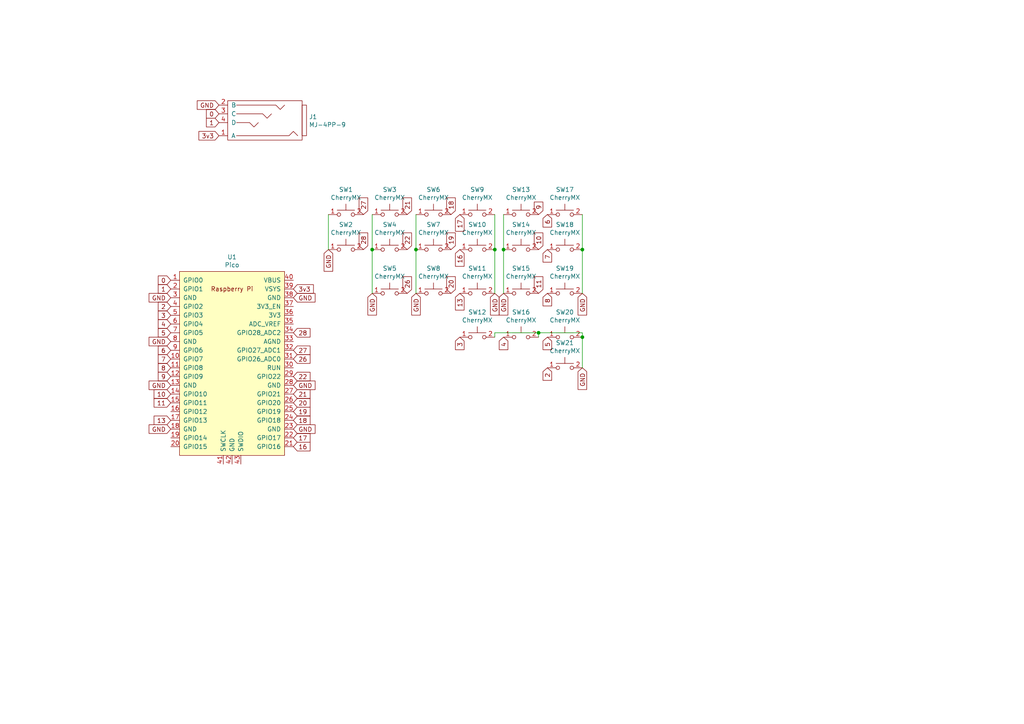
<source format=kicad_sch>
(kicad_sch (version 20230121) (generator eeschema)
  (paper "A4")
  (lib_symbols
    (symbol "Keeb-rescue:CherryMX-CherryMX" (pin_names (offset 0.254))
      (property "Reference" "SW" (at 2.54 3.175 0))
      (property "Value" "CherryMX_CherryMX" (at 0 -1.905 0))
      (symbol "CherryMX-CherryMX_1_1"
        (circle (center -2.032 0) (radius 0.508))
        (polyline (pts (xy 0 1.27) (xy 0 3.048)))
        (polyline (pts (xy 2.54 1.27) (xy -2.54 1.27)))
        (circle (center 2.032 0) (radius 0.508))
        (pin passive line (at -5.08 0 0) (length 2.54) (name "~") (number "1"))
        (pin passive line (at 5.08 0 180) (length 2.54) (name "~") (number "2"))
      )
    )
    (symbol "Keeb-rescue:MJ-4PP-9-MJ-4PP-9" (pin_names (offset 1.016))
      (property "Reference" "J" (at 0 7.62 0))
      (property "Value" "MJ-4PP-9_MJ-4PP-9" (at 0 -8.89 0))
      (symbol "MJ-4PP-9-MJ-4PP-9_0_1"
        (rectangle (start -10.16 3.81) (end -11.43 -5.08))
        (polyline (pts (xy 8.89 -5.08) (xy -2.54 -5.08) (xy -3.81 -3.81) (xy -5.08 -5.08)))
        (polyline (pts (xy 8.89 -2.54) (xy 1.27 -2.54) (xy 0 -1.27) (xy -1.27 -2.54)))
        (polyline (pts (xy 8.89 0) (xy 5.08 0) (xy 3.81 1.27) (xy 2.54 0)))
        (polyline (pts (xy 8.89 3.81) (xy -6.35 3.81) (xy -7.62 2.54) (xy -8.89 3.81)))
        (rectangle (start 11.43 5.08) (end -10.16 -6.35))
      )
      (symbol "MJ-4PP-9-MJ-4PP-9_1_1"
        (pin input line (at 13.97 3.81 180) (length 2.54) (name "A") (number "1"))
        (pin input line (at 13.97 -5.08 180) (length 2.54) (name "B") (number "2"))
        (pin input line (at 13.97 -2.54 180) (length 2.54) (name "C") (number "3"))
        (pin input line (at 13.97 0 180) (length 2.54) (name "D") (number "4"))
      )
    )
    (symbol "Keeb-rescue:Pico-MCU_RaspberryPi_and_Boards" (pin_names (offset 1.016))
      (property "Reference" "U" (at -13.97 27.94 0))
      (property "Value" "MCU_RaspberryPi_and_Boards_Pico" (at 0 19.05 0))
      (symbol "Pico-MCU_RaspberryPi_and_Boards_0_0"
        (text "Raspberry Pi" (at 0 21.59 0) (effects (font (size 1.27 1.27))))
      )
      (symbol "Pico-MCU_RaspberryPi_and_Boards_0_1"
        (rectangle (start -15.24 26.67) (end 15.24 -26.67) (fill (type background)))
      )
      (symbol "Pico-MCU_RaspberryPi_and_Boards_1_1"
        (pin bidirectional line (at -17.78 24.13 0) (length 2.54) (name "GPIO0") (number "1"))
        (pin bidirectional line (at -17.78 1.27 0) (length 2.54) (name "GPIO7") (number "10"))
        (pin bidirectional line (at -17.78 -1.27 0) (length 2.54) (name "GPIO8") (number "11"))
        (pin bidirectional line (at -17.78 -3.81 0) (length 2.54) (name "GPIO9") (number "12"))
        (pin power_in line (at -17.78 -6.35 0) (length 2.54) (name "GND") (number "13"))
        (pin bidirectional line (at -17.78 -8.89 0) (length 2.54) (name "GPIO10") (number "14"))
        (pin bidirectional line (at -17.78 -11.43 0) (length 2.54) (name "GPIO11") (number "15"))
        (pin bidirectional line (at -17.78 -13.97 0) (length 2.54) (name "GPIO12") (number "16"))
        (pin bidirectional line (at -17.78 -16.51 0) (length 2.54) (name "GPIO13") (number "17"))
        (pin power_in line (at -17.78 -19.05 0) (length 2.54) (name "GND") (number "18"))
        (pin bidirectional line (at -17.78 -21.59 0) (length 2.54) (name "GPIO14") (number "19"))
        (pin bidirectional line (at -17.78 21.59 0) (length 2.54) (name "GPIO1") (number "2"))
        (pin bidirectional line (at -17.78 -24.13 0) (length 2.54) (name "GPIO15") (number "20"))
        (pin bidirectional line (at 17.78 -24.13 180) (length 2.54) (name "GPIO16") (number "21"))
        (pin bidirectional line (at 17.78 -21.59 180) (length 2.54) (name "GPIO17") (number "22"))
        (pin power_in line (at 17.78 -19.05 180) (length 2.54) (name "GND") (number "23"))
        (pin bidirectional line (at 17.78 -16.51 180) (length 2.54) (name "GPIO18") (number "24"))
        (pin bidirectional line (at 17.78 -13.97 180) (length 2.54) (name "GPIO19") (number "25"))
        (pin bidirectional line (at 17.78 -11.43 180) (length 2.54) (name "GPIO20") (number "26"))
        (pin bidirectional line (at 17.78 -8.89 180) (length 2.54) (name "GPIO21") (number "27"))
        (pin power_in line (at 17.78 -6.35 180) (length 2.54) (name "GND") (number "28"))
        (pin bidirectional line (at 17.78 -3.81 180) (length 2.54) (name "GPIO22") (number "29"))
        (pin power_in line (at -17.78 19.05 0) (length 2.54) (name "GND") (number "3"))
        (pin input line (at 17.78 -1.27 180) (length 2.54) (name "RUN") (number "30"))
        (pin bidirectional line (at 17.78 1.27 180) (length 2.54) (name "GPIO26_ADC0") (number "31"))
        (pin bidirectional line (at 17.78 3.81 180) (length 2.54) (name "GPIO27_ADC1") (number "32"))
        (pin power_in line (at 17.78 6.35 180) (length 2.54) (name "AGND") (number "33"))
        (pin bidirectional line (at 17.78 8.89 180) (length 2.54) (name "GPIO28_ADC2") (number "34"))
        (pin unspecified line (at 17.78 11.43 180) (length 2.54) (name "ADC_VREF") (number "35"))
        (pin unspecified line (at 17.78 13.97 180) (length 2.54) (name "3V3") (number "36"))
        (pin input line (at 17.78 16.51 180) (length 2.54) (name "3V3_EN") (number "37"))
        (pin bidirectional line (at 17.78 19.05 180) (length 2.54) (name "GND") (number "38"))
        (pin unspecified line (at 17.78 21.59 180) (length 2.54) (name "VSYS") (number "39"))
        (pin bidirectional line (at -17.78 16.51 0) (length 2.54) (name "GPIO2") (number "4"))
        (pin unspecified line (at 17.78 24.13 180) (length 2.54) (name "VBUS") (number "40"))
        (pin input line (at -2.54 -29.21 90) (length 2.54) (name "SWCLK") (number "41"))
        (pin power_in line (at 0 -29.21 90) (length 2.54) (name "GND") (number "42"))
        (pin bidirectional line (at 2.54 -29.21 90) (length 2.54) (name "SWDIO") (number "43"))
        (pin bidirectional line (at -17.78 13.97 0) (length 2.54) (name "GPIO3") (number "5"))
        (pin bidirectional line (at -17.78 11.43 0) (length 2.54) (name "GPIO4") (number "6"))
        (pin bidirectional line (at -17.78 8.89 0) (length 2.54) (name "GPIO5") (number "7"))
        (pin power_in line (at -17.78 6.35 0) (length 2.54) (name "GND") (number "8"))
        (pin bidirectional line (at -17.78 3.81 0) (length 2.54) (name "GPIO6") (number "9"))
      )
    )
  )
  (junction (at 146.05 72.39))
  (junction (at 156.21 96.52))
  (junction (at 143.51 72.39))
  (junction (at 168.91 72.39))
  (junction (at 168.91 97.79))
  (junction (at 107.95 72.39))
  (junction (at 120.65 72.39))
  (wire (pts (xy 146.05 62.23) (xy 146.05 72.39)))
  (wire (pts (xy 156.21 96.52) (xy 168.91 96.52)))
  (wire (pts (xy 95.25 62.23) (xy 95.25 72.39)))
  (wire (pts (xy 143.51 62.23) (xy 143.51 72.39)))
  (wire (pts (xy 168.91 62.23) (xy 168.91 72.39)))
  (wire (pts (xy 156.21 97.79) (xy 156.21 96.52)))
  (wire (pts (xy 120.65 72.39) (xy 120.65 85.09)))
  (wire (pts (xy 156.21 96.52) (xy 143.51 96.52)))
  (wire (pts (xy 107.95 62.23) (xy 107.95 72.39)))
  (wire (pts (xy 107.95 72.39) (xy 107.95 85.09)))
  (wire (pts (xy 120.65 62.23) (xy 120.65 72.39)))
  (wire (pts (xy 146.05 72.39) (xy 146.05 85.09)))
  (wire (pts (xy 168.91 96.52) (xy 168.91 97.79)))
  (wire (pts (xy 143.51 96.52) (xy 143.51 97.79)))
  (wire (pts (xy 143.51 72.39) (xy 143.51 85.09)))
  (wire (pts (xy 168.91 97.79) (xy 168.91 106.68)))
  (wire (pts (xy 168.91 72.39) (xy 168.91 85.09)))
  (global_label "GND" (shape input) (at 143.51 85.09 270) (property "Intersheetrefs" "${INTERSHEET_REFS}" (effects hide)))
  (global_label "5" (shape input) (at 49.53 96.52 180) (property "Intersheetrefs" "${INTERSHEET_REFS}" (effects hide)))
  (global_label "26" (shape input) (at 118.11 85.09 90) (property "Intersheetrefs" "${INTERSHEET_REFS}" (effects hide)))
  (global_label "20" (shape input) (at 130.81 85.09 90) (property "Intersheetrefs" "${INTERSHEET_REFS}" (effects hide)))
  (global_label "GND" (shape input) (at 120.65 85.09 270) (property "Intersheetrefs" "${INTERSHEET_REFS}" (effects hide)))
  (global_label "GND" (shape input) (at 49.53 124.46 180) (property "Intersheetrefs" "${INTERSHEET_REFS}" (effects hide)))
  (global_label "11" (shape input) (at 49.53 116.84 180) (property "Intersheetrefs" "${INTERSHEET_REFS}" (effects hide)))
  (global_label "3" (shape input) (at 49.53 91.44 180) (property "Intersheetrefs" "${INTERSHEET_REFS}" (effects hide)))
  (global_label "GND" (shape input) (at 146.05 85.09 270) (property "Intersheetrefs" "${INTERSHEET_REFS}" (effects hide)))
  (global_label "10" (shape input) (at 156.21 72.39 90) (property "Intersheetrefs" "${INTERSHEET_REFS}" (effects hide)))
  (global_label "22" (shape input) (at 85.09 109.22 0) (property "Intersheetrefs" "${INTERSHEET_REFS}" (effects hide)))
  (global_label "GND" (shape input) (at 63.5 30.48 180) (property "Intersheetrefs" "${INTERSHEET_REFS}" (effects hide)))
  (global_label "3v3" (shape input) (at 63.5 39.37 180) (property "Intersheetrefs" "${INTERSHEET_REFS}" (effects hide)))
  (global_label "13" (shape input) (at 49.53 121.92 180) (property "Intersheetrefs" "${INTERSHEET_REFS}" (effects hide)))
  (global_label "GND" (shape input) (at 168.91 85.09 270) (property "Intersheetrefs" "${INTERSHEET_REFS}" (effects hide)))
  (global_label "9" (shape input) (at 156.21 62.23 90) (property "Intersheetrefs" "${INTERSHEET_REFS}" (effects hide)))
  (global_label "17" (shape input) (at 133.35 62.23 270) (property "Intersheetrefs" "${INTERSHEET_REFS}" (effects hide)))
  (global_label "16" (shape input) (at 133.35 72.39 270) (property "Intersheetrefs" "${INTERSHEET_REFS}" (effects hide)))
  (global_label "27" (shape input) (at 85.09 101.6 0) (property "Intersheetrefs" "${INTERSHEET_REFS}" (effects hide)))
  (global_label "18" (shape input) (at 130.81 62.23 90) (property "Intersheetrefs" "${INTERSHEET_REFS}" (effects hide)))
  (global_label "11" (shape input) (at 156.21 85.09 90) (property "Intersheetrefs" "${INTERSHEET_REFS}" (effects hide)))
  (global_label "27" (shape input) (at 105.41 62.23 90) (property "Intersheetrefs" "${INTERSHEET_REFS}" (effects hide)))
  (global_label "28" (shape input) (at 85.09 96.52 0) (property "Intersheetrefs" "${INTERSHEET_REFS}" (effects hide)))
  (global_label "4" (shape input) (at 146.05 97.79 270) (property "Intersheetrefs" "${INTERSHEET_REFS}" (effects hide)))
  (global_label "GND" (shape input) (at 168.91 106.68 270) (property "Intersheetrefs" "${INTERSHEET_REFS}" (effects hide)))
  (global_label "GND" (shape input) (at 49.53 111.76 180) (property "Intersheetrefs" "${INTERSHEET_REFS}" (effects hide)))
  (global_label "28" (shape input) (at 105.41 72.39 90) (property "Intersheetrefs" "${INTERSHEET_REFS}" (effects hide)))
  (global_label "17" (shape input) (at 85.09 127 0) (property "Intersheetrefs" "${INTERSHEET_REFS}" (effects hide)))
  (global_label "3v3" (shape input) (at 85.09 83.82 0) (property "Intersheetrefs" "${INTERSHEET_REFS}" (effects hide)))
  (global_label "18" (shape input) (at 85.09 121.92 0) (property "Intersheetrefs" "${INTERSHEET_REFS}" (effects hide)))
  (global_label "4" (shape input) (at 49.53 93.98 180) (property "Intersheetrefs" "${INTERSHEET_REFS}" (effects hide)))
  (global_label "GND" (shape input) (at 49.53 86.36 180) (property "Intersheetrefs" "${INTERSHEET_REFS}" (effects hide)))
  (global_label "20" (shape input) (at 85.09 116.84 0) (property "Intersheetrefs" "${INTERSHEET_REFS}" (effects hide)))
  (global_label "GND" (shape input) (at 107.95 85.09 270) (property "Intersheetrefs" "${INTERSHEET_REFS}" (effects hide)))
  (global_label "GND" (shape input) (at 85.09 111.76 0) (property "Intersheetrefs" "${INTERSHEET_REFS}" (effects hide)))
  (global_label "21" (shape input) (at 118.11 62.23 90) (property "Intersheetrefs" "${INTERSHEET_REFS}" (effects hide)))
  (global_label "9" (shape input) (at 49.53 109.22 180) (property "Intersheetrefs" "${INTERSHEET_REFS}" (effects hide)))
  (global_label "GND" (shape input) (at 49.53 99.06 180) (property "Intersheetrefs" "${INTERSHEET_REFS}" (effects hide)))
  (global_label "2" (shape input) (at 49.53 88.9 180) (property "Intersheetrefs" "${INTERSHEET_REFS}" (effects hide)))
  (global_label "19" (shape input) (at 130.81 72.39 90) (property "Intersheetrefs" "${INTERSHEET_REFS}" (effects hide)))
  (global_label "8" (shape input) (at 158.75 85.09 270) (property "Intersheetrefs" "${INTERSHEET_REFS}" (effects hide)))
  (global_label "0" (shape input) (at 49.53 81.28 180) (property "Intersheetrefs" "${INTERSHEET_REFS}" (effects hide)))
  (global_label "7" (shape input) (at 158.75 72.39 270) (property "Intersheetrefs" "${INTERSHEET_REFS}" (effects hide)))
  (global_label "0" (shape input) (at 63.5 33.02 180) (property "Intersheetrefs" "${INTERSHEET_REFS}" (effects hide)))
  (global_label "6" (shape input) (at 158.75 62.23 270) (property "Intersheetrefs" "${INTERSHEET_REFS}" (effects hide)))
  (global_label "7" (shape input) (at 49.53 104.14 180) (property "Intersheetrefs" "${INTERSHEET_REFS}" (effects hide)))
  (global_label "GND" (shape input) (at 95.25 72.39 270) (property "Intersheetrefs" "${INTERSHEET_REFS}" (effects hide)))
  (global_label "19" (shape input) (at 85.09 119.38 0) (property "Intersheetrefs" "${INTERSHEET_REFS}" (effects hide)))
  (global_label "22" (shape input) (at 118.11 72.39 90) (property "Intersheetrefs" "${INTERSHEET_REFS}" (effects hide)))
  (global_label "21" (shape input) (at 85.09 114.3 0) (property "Intersheetrefs" "${INTERSHEET_REFS}" (effects hide)))
  (global_label "1" (shape input) (at 63.5 35.56 180) (property "Intersheetrefs" "${INTERSHEET_REFS}" (effects hide)))
  (global_label "13" (shape input) (at 133.35 85.09 270) (property "Intersheetrefs" "${INTERSHEET_REFS}" (effects hide)))
  (global_label "16" (shape input) (at 85.09 129.54 0) (property "Intersheetrefs" "${INTERSHEET_REFS}" (effects hide)))
  (global_label "26" (shape input) (at 85.09 104.14 0) (property "Intersheetrefs" "${INTERSHEET_REFS}" (effects hide)))
  (global_label "GND" (shape input) (at 85.09 86.36 0) (property "Intersheetrefs" "${INTERSHEET_REFS}" (effects hide)))
  (global_label "2" (shape input) (at 158.75 106.68 270) (property "Intersheetrefs" "${INTERSHEET_REFS}" (effects hide)))
  (global_label "6" (shape input) (at 49.53 101.6 180) (property "Intersheetrefs" "${INTERSHEET_REFS}" (effects hide)))
  (global_label "8" (shape input) (at 49.53 106.68 180) (property "Intersheetrefs" "${INTERSHEET_REFS}" (effects hide)))
  (global_label "10" (shape input) (at 49.53 114.3 180) (property "Intersheetrefs" "${INTERSHEET_REFS}" (effects hide)))
  (global_label "1" (shape input) (at 49.53 83.82 180) (property "Intersheetrefs" "${INTERSHEET_REFS}" (effects hide)))
  (global_label "GND" (shape input) (at 85.09 124.46 0) (property "Intersheetrefs" "${INTERSHEET_REFS}" (effects hide)))
  (global_label "3" (shape input) (at 133.35 97.79 270) (property "Intersheetrefs" "${INTERSHEET_REFS}" (effects hide)))
  (global_label "5" (shape input) (at 158.75 97.79 270) (property "Intersheetrefs" "${INTERSHEET_REFS}" (effects hide)))
  (symbol (lib_id "Keeb-rescue:CherryMX-CherryMX") (at 100.33 62.23 0) (unit 1)
    (property "Reference" "SW1" (at 100.33 54.991 0))
    (property "Value" "CherryMX" (at 100.33 57.3024 0))
    (property "Footprint" "ScottoKeebs_MX:MX_PCB_1.00u" (effects hide))
  )
  (symbol (lib_id "Keeb-rescue:Pico-MCU_RaspberryPi_and_Boards") (at 67.31 105.41 0) (unit 1)
    (property "Reference" "U1" (at 67.31 74.549 0))
    (property "Value" "Pico" (at 67.31 76.8604 0))
    (property "Footprint" "MCU_RaspberryPi_and_Boards:RPi_Pico_SMD_TH" (effects hide))
  )
  (symbol (lib_id "Keeb-rescue:CherryMX-CherryMX") (at 113.03 62.23 0) (unit 1)
    (property "Reference" "SW3" (at 113.03 54.991 0))
    (property "Value" "CherryMX" (at 113.03 57.3024 0))
    (property "Footprint" "ScottoKeebs_MX:MX_PCB_1.00u" (effects hide))
  )
  (symbol (lib_id "Keeb-rescue:CherryMX-CherryMX") (at 125.73 62.23 0) (unit 1)
    (property "Reference" "SW6" (at 125.73 54.991 0))
    (property "Value" "CherryMX" (at 125.73 57.3024 0))
    (property "Footprint" "ScottoKeebs_MX:MX_PCB_1.00u" (effects hide))
  )
  (symbol (lib_id "Keeb-rescue:CherryMX-CherryMX") (at 138.43 62.23 0) (unit 1)
    (property "Reference" "SW9" (at 138.43 54.991 0))
    (property "Value" "CherryMX" (at 138.43 57.3024 0))
    (property "Footprint" "ScottoKeebs_MX:MX_PCB_1.00u" (effects hide))
  )
  (symbol (lib_id "Keeb-rescue:CherryMX-CherryMX") (at 151.13 62.23 0) (unit 1)
    (property "Reference" "SW13" (at 151.13 54.991 0))
    (property "Value" "CherryMX" (at 151.13 57.3024 0))
    (property "Footprint" "ScottoKeebs_MX:MX_PCB_1.00u" (effects hide))
  )
  (symbol (lib_id "Keeb-rescue:CherryMX-CherryMX") (at 163.83 62.23 0) (unit 1)
    (property "Reference" "SW17" (at 163.83 54.991 0))
    (property "Value" "CherryMX" (at 163.83 57.3024 0))
    (property "Footprint" "ScottoKeebs_MX:MX_PCB_1.00u" (effects hide))
  )
  (symbol (lib_id "Keeb-rescue:CherryMX-CherryMX") (at 100.33 72.39 0) (unit 1)
    (property "Reference" "SW2" (at 100.33 65.151 0))
    (property "Value" "CherryMX" (at 100.33 67.4624 0))
    (property "Footprint" "ScottoKeebs_MX:MX_PCB_1.00u" (effects hide))
  )
  (symbol (lib_id "Keeb-rescue:CherryMX-CherryMX") (at 113.03 72.39 0) (unit 1)
    (property "Reference" "SW4" (at 113.03 65.151 0))
    (property "Value" "CherryMX" (at 113.03 67.4624 0))
    (property "Footprint" "ScottoKeebs_MX:MX_PCB_1.00u" (effects hide))
  )
  (symbol (lib_id "Keeb-rescue:CherryMX-CherryMX") (at 125.73 72.39 0) (unit 1)
    (property "Reference" "SW7" (at 125.73 65.151 0))
    (property "Value" "CherryMX" (at 125.73 67.4624 0))
    (property "Footprint" "ScottoKeebs_MX:MX_PCB_1.00u" (effects hide))
  )
  (symbol (lib_id "Keeb-rescue:CherryMX-CherryMX") (at 138.43 72.39 0) (unit 1)
    (property "Reference" "SW10" (at 138.43 65.151 0))
    (property "Value" "CherryMX" (at 138.43 67.4624 0))
    (property "Footprint" "ScottoKeebs_MX:MX_PCB_1.00u" (effects hide))
  )
  (symbol (lib_id "Keeb-rescue:CherryMX-CherryMX") (at 151.13 72.39 0) (unit 1)
    (property "Reference" "SW14" (at 151.13 65.151 0))
    (property "Value" "CherryMX" (at 151.13 67.4624 0))
    (property "Footprint" "ScottoKeebs_MX:MX_PCB_1.00u" (effects hide))
  )
  (symbol (lib_id "Keeb-rescue:CherryMX-CherryMX") (at 163.83 72.39 0) (unit 1)
    (property "Reference" "SW18" (at 163.83 65.151 0))
    (property "Value" "CherryMX" (at 163.83 67.4624 0))
    (property "Footprint" "ScottoKeebs_MX:MX_PCB_1.00u" (effects hide))
  )
  (symbol (lib_id "Keeb-rescue:CherryMX-CherryMX") (at 113.03 85.09 0) (unit 1)
    (property "Reference" "SW5" (at 113.03 77.851 0))
    (property "Value" "CherryMX" (at 113.03 80.1624 0))
    (property "Footprint" "ScottoKeebs_MX:MX_PCB_1.00u" (effects hide))
  )
  (symbol (lib_id "Keeb-rescue:CherryMX-CherryMX") (at 125.73 85.09 0) (unit 1)
    (property "Reference" "SW8" (at 125.73 77.851 0))
    (property "Value" "CherryMX" (at 125.73 80.1624 0))
    (property "Footprint" "ScottoKeebs_MX:MX_PCB_1.00u" (effects hide))
  )
  (symbol (lib_id "Keeb-rescue:CherryMX-CherryMX") (at 138.43 85.09 0) (unit 1)
    (property "Reference" "SW11" (at 138.43 77.851 0))
    (property "Value" "CherryMX" (at 138.43 80.1624 0))
    (property "Footprint" "ScottoKeebs_MX:MX_PCB_1.00u" (effects hide))
  )
  (symbol (lib_id "Keeb-rescue:CherryMX-CherryMX") (at 151.13 85.09 0) (unit 1)
    (property "Reference" "SW15" (at 151.13 77.851 0))
    (property "Value" "CherryMX" (at 151.13 80.1624 0))
    (property "Footprint" "ScottoKeebs_MX:MX_PCB_1.00u" (effects hide))
  )
  (symbol (lib_id "Keeb-rescue:CherryMX-CherryMX") (at 163.83 85.09 0) (unit 1)
    (property "Reference" "SW19" (at 163.83 77.851 0))
    (property "Value" "CherryMX" (at 163.83 80.1624 0))
    (property "Footprint" "ScottoKeebs_MX:MX_PCB_1.00u" (effects hide))
  )
  (symbol (lib_id "Keeb-rescue:CherryMX-CherryMX") (at 163.83 106.68 0) (unit 1)
    (property "Reference" "SW21" (at 163.83 99.441 0))
    (property "Value" "CherryMX" (at 163.83 101.7524 0))
    (property "Footprint" "ScottoKeebs_MX:MX_PCB_1.00u" (effects hide))
  )
  (symbol (lib_id "Keeb-rescue:CherryMX-CherryMX") (at 138.43 97.79 0) (unit 1)
    (property "Reference" "SW12" (at 138.43 90.551 0))
    (property "Value" "CherryMX" (at 138.43 92.8624 0))
    (property "Footprint" "ScottoKeebs_MX:MX_PCB_1.00u" (effects hide))
  )
  (symbol (lib_id "Keeb-rescue:CherryMX-CherryMX") (at 151.13 97.79 0) (unit 1)
    (property "Reference" "SW16" (at 151.13 90.551 0))
    (property "Value" "CherryMX" (at 151.13 92.8624 0))
    (property "Footprint" "ScottoKeebs_MX:MX_PCB_1.00u" (effects hide))
  )
  (symbol (lib_id "Keeb-rescue:CherryMX-CherryMX") (at 163.83 97.79 0) (unit 1)
    (property "Reference" "SW20" (at 163.83 90.551 0))
    (property "Value" "CherryMX" (at 163.83 92.8624 0))
    (property "Footprint" "ScottoKeebs_MX:MX_PCB_1.00u" (effects hide))
  )
  (symbol (lib_id "Keeb-rescue:MJ-4PP-9-MJ-4PP-9") (at 77.47 35.56 180) (unit 1)
    (property "Reference" "J1" (at 89.6112 33.8836 0) (effects (justify right)))
    (property "Value" "MJ-4PP-9" (at 89.6112 36.195 0) (effects (justify right)))
    (property "Footprint" "MJ-4PP-9:MJ-4PP-9" (effects hide))
  )
)
</source>
